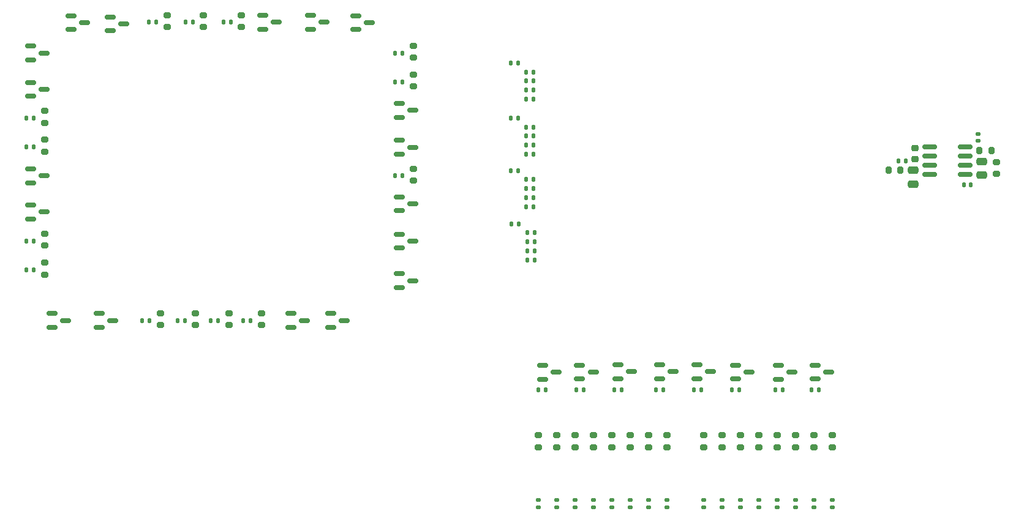
<source format=gbr>
%TF.GenerationSoftware,KiCad,Pcbnew,8.0.5*%
%TF.CreationDate,2024-11-20T12:06:12-07:00*%
%TF.ProjectId,CMPE2750,434d5045-3237-4353-902e-6b696361645f,rev?*%
%TF.SameCoordinates,Original*%
%TF.FileFunction,Paste,Bot*%
%TF.FilePolarity,Positive*%
%FSLAX46Y46*%
G04 Gerber Fmt 4.6, Leading zero omitted, Abs format (unit mm)*
G04 Created by KiCad (PCBNEW 8.0.5) date 2024-11-20 12:06:12*
%MOMM*%
%LPD*%
G01*
G04 APERTURE LIST*
G04 Aperture macros list*
%AMRoundRect*
0 Rectangle with rounded corners*
0 $1 Rounding radius*
0 $2 $3 $4 $5 $6 $7 $8 $9 X,Y pos of 4 corners*
0 Add a 4 corners polygon primitive as box body*
4,1,4,$2,$3,$4,$5,$6,$7,$8,$9,$2,$3,0*
0 Add four circle primitives for the rounded corners*
1,1,$1+$1,$2,$3*
1,1,$1+$1,$4,$5*
1,1,$1+$1,$6,$7*
1,1,$1+$1,$8,$9*
0 Add four rect primitives between the rounded corners*
20,1,$1+$1,$2,$3,$4,$5,0*
20,1,$1+$1,$4,$5,$6,$7,0*
20,1,$1+$1,$6,$7,$8,$9,0*
20,1,$1+$1,$8,$9,$2,$3,0*%
G04 Aperture macros list end*
%ADD10RoundRect,0.135000X0.135000X0.185000X-0.135000X0.185000X-0.135000X-0.185000X0.135000X-0.185000X0*%
%ADD11RoundRect,0.150000X-0.587500X-0.150000X0.587500X-0.150000X0.587500X0.150000X-0.587500X0.150000X0*%
%ADD12RoundRect,0.135000X0.185000X-0.135000X0.185000X0.135000X-0.185000X0.135000X-0.185000X-0.135000X0*%
%ADD13RoundRect,0.200000X0.275000X-0.200000X0.275000X0.200000X-0.275000X0.200000X-0.275000X-0.200000X0*%
%ADD14RoundRect,0.135000X-0.135000X-0.185000X0.135000X-0.185000X0.135000X0.185000X-0.135000X0.185000X0*%
%ADD15RoundRect,0.200000X-0.200000X-0.275000X0.200000X-0.275000X0.200000X0.275000X-0.200000X0.275000X0*%
%ADD16RoundRect,0.225000X-0.250000X0.225000X-0.250000X-0.225000X0.250000X-0.225000X0.250000X0.225000X0*%
%ADD17RoundRect,0.150000X-0.825000X-0.150000X0.825000X-0.150000X0.825000X0.150000X-0.825000X0.150000X0*%
%ADD18RoundRect,0.250000X0.475000X-0.250000X0.475000X0.250000X-0.475000X0.250000X-0.475000X-0.250000X0*%
%ADD19RoundRect,0.140000X0.140000X0.170000X-0.140000X0.170000X-0.140000X-0.170000X0.140000X-0.170000X0*%
%ADD20RoundRect,0.200000X0.200000X0.275000X-0.200000X0.275000X-0.200000X-0.275000X0.200000X-0.275000X0*%
%ADD21RoundRect,0.140000X-0.170000X0.140000X-0.170000X-0.140000X0.170000X-0.140000X0.170000X0.140000X0*%
%ADD22RoundRect,0.200000X-0.275000X0.200000X-0.275000X-0.200000X0.275000X-0.200000X0.275000X0.200000X0*%
G04 APERTURE END LIST*
D10*
%TO.C,R61*%
X131760000Y-76375000D03*
X130740000Y-76375000D03*
%TD*%
%TO.C,R142*%
X131760000Y-86125000D03*
X130740000Y-86125000D03*
%TD*%
D11*
%TO.C,Q15*%
X94330000Y-62820000D03*
X94330000Y-60920000D03*
X96205000Y-61870000D03*
%TD*%
%TO.C,Q29*%
X103705000Y-104070000D03*
X103705000Y-102170000D03*
X105580000Y-103120000D03*
%TD*%
D10*
%TO.C,R138*%
X131897500Y-93500000D03*
X130877500Y-93500000D03*
%TD*%
D12*
%TO.C,R149*%
X162920000Y-129020000D03*
X162920000Y-128000000D03*
%TD*%
D10*
%TO.C,R115*%
X131760000Y-77625000D03*
X130740000Y-77625000D03*
%TD*%
D13*
%TO.C,R183*%
X165470000Y-120650000D03*
X165470000Y-119000000D03*
%TD*%
D10*
%TO.C,R129*%
X113662500Y-83120000D03*
X112642500Y-83120000D03*
%TD*%
%TO.C,R132*%
X88162500Y-103120000D03*
X87142500Y-103120000D03*
%TD*%
%TO.C,R120*%
X131760000Y-72500000D03*
X130740000Y-72500000D03*
%TD*%
D14*
%TO.C,R164*%
X132430000Y-112760000D03*
X133450000Y-112760000D03*
%TD*%
D10*
%TO.C,R121*%
X131760000Y-71250000D03*
X130740000Y-71250000D03*
%TD*%
%TO.C,R108*%
X89912500Y-61870000D03*
X88892500Y-61870000D03*
%TD*%
D13*
%TO.C,R107*%
X64142500Y-79770000D03*
X64142500Y-78120000D03*
%TD*%
D11*
%TO.C,Q56*%
X143450000Y-111160000D03*
X143450000Y-109260000D03*
X145325000Y-110210000D03*
%TD*%
D13*
%TO.C,R170*%
X142610000Y-120650000D03*
X142610000Y-119000000D03*
%TD*%
%TO.C,R101*%
X91392500Y-62520000D03*
X91392500Y-60870000D03*
%TD*%
D12*
%TO.C,R148*%
X160380000Y-129020000D03*
X160380000Y-128000000D03*
%TD*%
D13*
%TO.C,R184*%
X168010000Y-120650000D03*
X168010000Y-119000000D03*
%TD*%
D14*
%TO.C,R166*%
X137690000Y-112760000D03*
X138710000Y-112760000D03*
%TD*%
D13*
%TO.C,R105*%
X115142500Y-70770000D03*
X115142500Y-69120000D03*
%TD*%
%TO.C,R124*%
X80142500Y-103770000D03*
X80142500Y-102120000D03*
%TD*%
D14*
%TO.C,R181*%
X159190000Y-112760000D03*
X160210000Y-112760000D03*
%TD*%
D11*
%TO.C,Q28*%
X62205000Y-84070000D03*
X62205000Y-82170000D03*
X64080000Y-83120000D03*
%TD*%
D13*
%TO.C,R123*%
X94142500Y-103770000D03*
X94142500Y-102120000D03*
%TD*%
D11*
%TO.C,Q17*%
X62205000Y-67070000D03*
X62205000Y-65170000D03*
X64080000Y-66120000D03*
%TD*%
D12*
%TO.C,R156*%
X147680000Y-129020000D03*
X147680000Y-128000000D03*
%TD*%
D10*
%TO.C,R118*%
X131760000Y-70000000D03*
X130740000Y-70000000D03*
%TD*%
D12*
%TO.C,R152*%
X142600000Y-129020000D03*
X142600000Y-128000000D03*
%TD*%
D13*
%TO.C,R177*%
X162930000Y-120650000D03*
X162930000Y-119000000D03*
%TD*%
D10*
%TO.C,R130*%
X62662500Y-92120000D03*
X61642500Y-92120000D03*
%TD*%
D13*
%TO.C,R178*%
X155310000Y-120650000D03*
X155310000Y-119000000D03*
%TD*%
D11*
%TO.C,Q10*%
X67830000Y-62870000D03*
X67830000Y-60970000D03*
X69705000Y-61920000D03*
%TD*%
%TO.C,Q35*%
X65205000Y-104070000D03*
X65205000Y-102170000D03*
X67080000Y-103120000D03*
%TD*%
D13*
%TO.C,R106*%
X64142500Y-75770000D03*
X64142500Y-74120000D03*
%TD*%
%TO.C,R126*%
X89642500Y-103770000D03*
X89642500Y-102120000D03*
%TD*%
%TO.C,R162*%
X140070000Y-120650000D03*
X140070000Y-119000000D03*
%TD*%
D15*
%TO.C,R40*%
X193400000Y-79595000D03*
X195050000Y-79595000D03*
%TD*%
D12*
%TO.C,R157*%
X150220000Y-129020000D03*
X150220000Y-128000000D03*
%TD*%
D11*
%TO.C,Q13*%
X113205000Y-75020000D03*
X113205000Y-73120000D03*
X115080000Y-74070000D03*
%TD*%
D16*
%TO.C,C21*%
X184475000Y-79295000D03*
X184475000Y-80845000D03*
%TD*%
D13*
%TO.C,R160*%
X134990000Y-120650000D03*
X134990000Y-119000000D03*
%TD*%
%TO.C,R185*%
X170550000Y-120650000D03*
X170550000Y-119000000D03*
%TD*%
D10*
%TO.C,R88*%
X131897500Y-91000000D03*
X130877500Y-91000000D03*
%TD*%
%TO.C,R133*%
X92662500Y-103120000D03*
X91642500Y-103120000D03*
%TD*%
D17*
%TO.C,U14*%
X186525000Y-82905000D03*
X186525000Y-81635000D03*
X186525000Y-80365000D03*
X186525000Y-79095000D03*
X191475000Y-79095000D03*
X191475000Y-80365000D03*
X191475000Y-81635000D03*
X191475000Y-82905000D03*
%TD*%
D13*
%TO.C,R128*%
X64142500Y-96770000D03*
X64142500Y-95120000D03*
%TD*%
D11*
%TO.C,Q57*%
X149200000Y-111160000D03*
X149200000Y-109260000D03*
X151075000Y-110210000D03*
%TD*%
D13*
%TO.C,R102*%
X81080000Y-62520000D03*
X81080000Y-60870000D03*
%TD*%
D10*
%TO.C,R119*%
X131760000Y-68750000D03*
X130740000Y-68750000D03*
%TD*%
%TO.C,R110*%
X84662500Y-61870000D03*
X83642500Y-61870000D03*
%TD*%
%TO.C,R111*%
X113662500Y-66120000D03*
X112642500Y-66120000D03*
%TD*%
%TO.C,R114*%
X62662500Y-79120000D03*
X61642500Y-79120000D03*
%TD*%
D14*
%TO.C,R190*%
X170190000Y-112760000D03*
X171210000Y-112760000D03*
%TD*%
%TO.C,R180*%
X153940000Y-112760000D03*
X154960000Y-112760000D03*
%TD*%
D12*
%TO.C,R150*%
X140060000Y-129020000D03*
X140060000Y-128000000D03*
%TD*%
D10*
%TO.C,R62*%
X129610000Y-75125000D03*
X128590000Y-75125000D03*
%TD*%
D11*
%TO.C,Q14*%
X62205000Y-72120000D03*
X62205000Y-70220000D03*
X64080000Y-71170000D03*
%TD*%
D13*
%TO.C,R122*%
X115142500Y-83770000D03*
X115142500Y-82120000D03*
%TD*%
D11*
%TO.C,Q12*%
X73205000Y-63020000D03*
X73205000Y-61120000D03*
X75080000Y-62070000D03*
%TD*%
D10*
%TO.C,R139*%
X131760000Y-84875000D03*
X130740000Y-84875000D03*
%TD*%
D12*
%TO.C,R146*%
X134980000Y-129020000D03*
X134980000Y-128000000D03*
%TD*%
D11*
%TO.C,Q61*%
X159700000Y-111210000D03*
X159700000Y-109310000D03*
X161575000Y-110260000D03*
%TD*%
D10*
%TO.C,R89*%
X129747500Y-89750000D03*
X128727500Y-89750000D03*
%TD*%
D13*
%TO.C,R161*%
X137530000Y-120650000D03*
X137530000Y-119000000D03*
%TD*%
D12*
%TO.C,R151*%
X165460000Y-129020000D03*
X165460000Y-128000000D03*
%TD*%
D14*
%TO.C,R42*%
X182215000Y-81095000D03*
X183235000Y-81095000D03*
%TD*%
D10*
%TO.C,R137*%
X131897500Y-94750000D03*
X130877500Y-94750000D03*
%TD*%
%TO.C,R136*%
X131897500Y-92250000D03*
X130877500Y-92250000D03*
%TD*%
D14*
%TO.C,R188*%
X165190000Y-112760000D03*
X166210000Y-112760000D03*
%TD*%
D11*
%TO.C,Q60*%
X154325000Y-111160000D03*
X154325000Y-109260000D03*
X156200000Y-110210000D03*
%TD*%
%TO.C,Q64*%
X165575000Y-111260000D03*
X165575000Y-109360000D03*
X167450000Y-110310000D03*
%TD*%
D10*
%TO.C,R113*%
X62662500Y-75120000D03*
X61642500Y-75120000D03*
%TD*%
D13*
%TO.C,R175*%
X160390000Y-120650000D03*
X160390000Y-119000000D03*
%TD*%
D12*
%TO.C,R153*%
X168000000Y-129020000D03*
X168000000Y-128000000D03*
%TD*%
D10*
%TO.C,R134*%
X78662500Y-103120000D03*
X77642500Y-103120000D03*
%TD*%
D13*
%TO.C,R127*%
X85017500Y-103770000D03*
X85017500Y-102120000D03*
%TD*%
%TO.C,R103*%
X86142500Y-62520000D03*
X86142500Y-60870000D03*
%TD*%
D10*
%TO.C,R116*%
X131760000Y-80125000D03*
X130740000Y-80125000D03*
%TD*%
D12*
%TO.C,R145*%
X157840000Y-129020000D03*
X157840000Y-128000000D03*
%TD*%
D18*
%TO.C,C17*%
X193725000Y-83045000D03*
X193725000Y-81145000D03*
%TD*%
D11*
%TO.C,Q54*%
X138137500Y-111210000D03*
X138137500Y-109310000D03*
X140012500Y-110260000D03*
%TD*%
%TO.C,Q31*%
X98205000Y-104070000D03*
X98205000Y-102170000D03*
X100080000Y-103120000D03*
%TD*%
D10*
%TO.C,R109*%
X79600000Y-61870000D03*
X78580000Y-61870000D03*
%TD*%
D19*
%TO.C,C30*%
X192225000Y-84345000D03*
X191265000Y-84345000D03*
%TD*%
D13*
%TO.C,R168*%
X145150000Y-120650000D03*
X145150000Y-119000000D03*
%TD*%
D14*
%TO.C,R173*%
X148690000Y-112760000D03*
X149710000Y-112760000D03*
%TD*%
D10*
%TO.C,R141*%
X131760000Y-87375000D03*
X130740000Y-87375000D03*
%TD*%
D20*
%TO.C,R41*%
X182475000Y-82345000D03*
X180825000Y-82345000D03*
%TD*%
D13*
%TO.C,R125*%
X64142500Y-92770000D03*
X64142500Y-91120000D03*
%TD*%
D12*
%TO.C,R155*%
X170540000Y-129020000D03*
X170540000Y-128000000D03*
%TD*%
D18*
%TO.C,C16*%
X184225000Y-84245000D03*
X184225000Y-82345000D03*
%TD*%
D10*
%TO.C,R86*%
X129610000Y-82375000D03*
X128590000Y-82375000D03*
%TD*%
D11*
%TO.C,Q36*%
X113205000Y-98570000D03*
X113205000Y-96670000D03*
X115080000Y-97620000D03*
%TD*%
D12*
%TO.C,R143*%
X155300000Y-129020000D03*
X155300000Y-128000000D03*
%TD*%
D11*
%TO.C,Q11*%
X113205000Y-80120000D03*
X113205000Y-78220000D03*
X115080000Y-79170000D03*
%TD*%
%TO.C,Q66*%
X170700000Y-111210000D03*
X170700000Y-109310000D03*
X172575000Y-110260000D03*
%TD*%
%TO.C,Q16*%
X100892500Y-62820000D03*
X100892500Y-60920000D03*
X102767500Y-61870000D03*
%TD*%
D10*
%TO.C,R135*%
X83537500Y-103120000D03*
X82517500Y-103120000D03*
%TD*%
D11*
%TO.C,Q18*%
X107205000Y-62870000D03*
X107205000Y-60970000D03*
X109080000Y-61920000D03*
%TD*%
D10*
%TO.C,R59*%
X129610000Y-67500000D03*
X128590000Y-67500000D03*
%TD*%
%TO.C,R112*%
X113662500Y-70120000D03*
X112642500Y-70120000D03*
%TD*%
D13*
%TO.C,R167*%
X147690000Y-120650000D03*
X147690000Y-119000000D03*
%TD*%
D10*
%TO.C,R117*%
X131760000Y-78875000D03*
X130740000Y-78875000D03*
%TD*%
D13*
%TO.C,R186*%
X173090000Y-120650000D03*
X173090000Y-119000000D03*
%TD*%
%TO.C,R176*%
X157850000Y-120650000D03*
X157850000Y-119000000D03*
%TD*%
%TO.C,R159*%
X132450000Y-120650000D03*
X132450000Y-119000000D03*
%TD*%
D12*
%TO.C,R147*%
X137520000Y-129020000D03*
X137520000Y-128000000D03*
%TD*%
D21*
%TO.C,C20*%
X193225000Y-77345000D03*
X193225000Y-78305000D03*
%TD*%
D14*
%TO.C,R172*%
X142950000Y-112760000D03*
X143970000Y-112760000D03*
%TD*%
D12*
%TO.C,R144*%
X132440000Y-129020000D03*
X132440000Y-128000000D03*
%TD*%
D11*
%TO.C,Q30*%
X62205000Y-89070000D03*
X62205000Y-87170000D03*
X64080000Y-88120000D03*
%TD*%
D12*
%TO.C,R158*%
X173080000Y-129020000D03*
X173080000Y-128000000D03*
%TD*%
D11*
%TO.C,Q32*%
X71705000Y-104070000D03*
X71705000Y-102170000D03*
X73580000Y-103120000D03*
%TD*%
D22*
%TO.C,R39*%
X195725000Y-81195000D03*
X195725000Y-82845000D03*
%TD*%
D11*
%TO.C,Q52*%
X133012500Y-111260000D03*
X133012500Y-109360000D03*
X134887500Y-110310000D03*
%TD*%
D13*
%TO.C,R169*%
X150230000Y-120650000D03*
X150230000Y-119000000D03*
%TD*%
D10*
%TO.C,R131*%
X62662500Y-96120000D03*
X61642500Y-96120000D03*
%TD*%
%TO.C,R140*%
X131760000Y-83625000D03*
X130740000Y-83625000D03*
%TD*%
D11*
%TO.C,Q33*%
X113205000Y-87945000D03*
X113205000Y-86045000D03*
X115080000Y-86995000D03*
%TD*%
%TO.C,Q34*%
X113205000Y-93120000D03*
X113205000Y-91220000D03*
X115080000Y-92170000D03*
%TD*%
D13*
%TO.C,R104*%
X115142500Y-66770000D03*
X115142500Y-65120000D03*
%TD*%
D12*
%TO.C,R154*%
X145140000Y-129020000D03*
X145140000Y-128000000D03*
%TD*%
M02*

</source>
